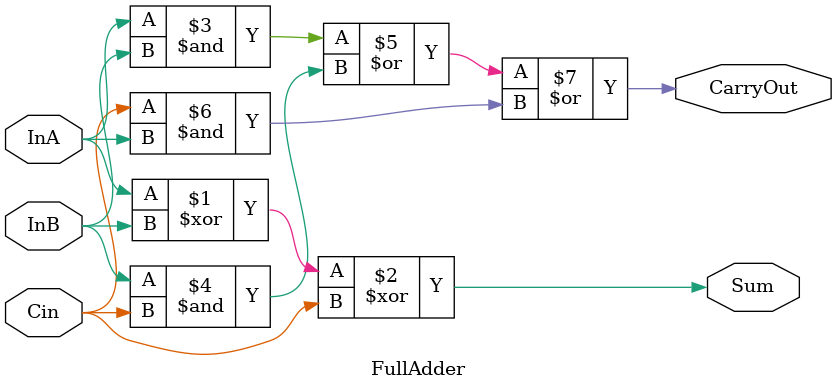
<source format=sv>
`timescale 1ns / 1ps

module FullAdder(	input  wire InA,
					input  wire InB,
					input  wire Cin,
					output wire Sum,
					output wire CarryOut
    			);
	
	assign Sum = InA ^ InB ^ Cin;
	assign CarryOut = (InA & InB) | (InB & Cin) | (Cin & InA); 
		    			
endmodule

</source>
